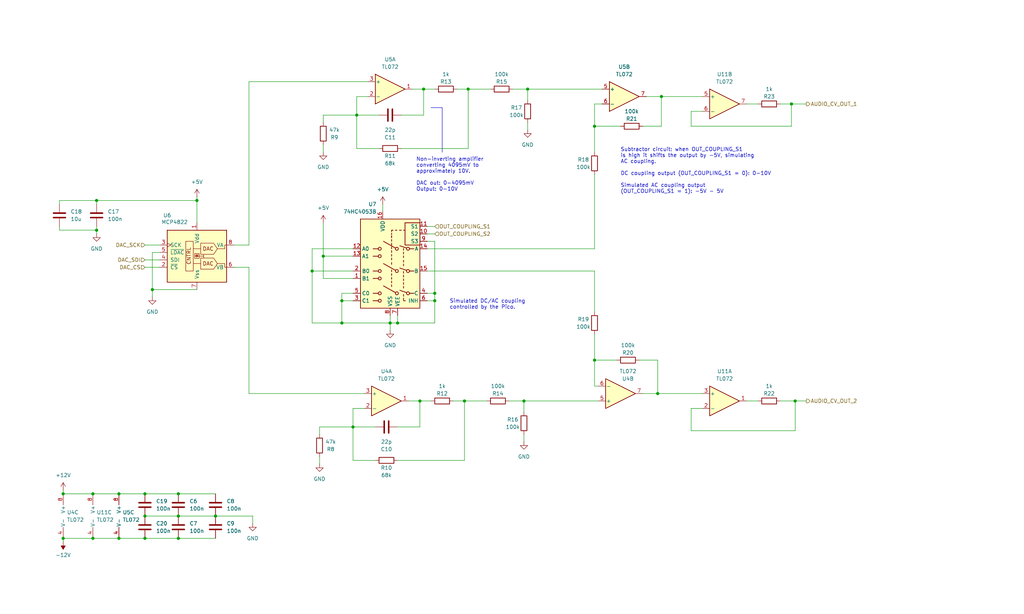
<source format=kicad_sch>
(kicad_sch (version 20250114) (generator "eeschema") (generator_version "9.0")
  (paper "User" 350 210)
  (lib_symbols
    (symbol "+5V_1" (power) (pin_numbers (hide yes)) (pin_names (offset 0) (hide yes))
      (property "Value" "+5V" (at 0 3.556 0))
      (symbol "+5V_1_0_1"
        (polyline (pts (xy -0.762 1.27) (xy 0 2.54)))
        (polyline (pts (xy 0 2.54) (xy 0.762 1.27)))
        (polyline (pts (xy 0 0) (xy 0 2.54)))
      )
      (symbol "+5V_1_1_1"
        (pin power_in line (at 0 0 90) (length 0) (name "~") (number "1"))
      )
    )
    (symbol "Amplifier_Operational:TL072" (pin_names (offset 0.127))
      (property "Reference" "U" (at 0 5.08 0))
      (property "Value" "TL072" (at 0 -5.08 0))
      (symbol "TL072_1_1"
        (polyline (pts (xy -5.08 5.08) (xy 5.08 0) (xy -5.08 -5.08) (xy -5.08 5.08)) (stroke (width 0.254)) (fill (type background)))
        (pin input line (at -7.62 2.54 0) (length 2.54) (name "+") (number "3"))
        (pin input line (at -7.62 -2.54 0) (length 2.54) (name "-") (number "2"))
        (pin output line (at 7.62 0 180) (length 2.54) (name "~") (number "1"))
      )
      (symbol "TL072_2_1"
        (polyline (pts (xy -5.08 5.08) (xy 5.08 0) (xy -5.08 -5.08) (xy -5.08 5.08)) (stroke (width 0.254)) (fill (type background)))
        (pin input line (at -7.62 2.54 0) (length 2.54) (name "+") (number "5"))
        (pin input line (at -7.62 -2.54 0) (length 2.54) (name "-") (number "6"))
        (pin output line (at 7.62 0 180) (length 2.54) (name "~") (number "7"))
      )
      (symbol "TL072_3_1"
        (pin power_in line (at -2.54 7.62 270) (length 3.81) (name "V+") (number "8"))
        (pin power_in line (at -2.54 -7.62 90) (length 3.81) (name "V-") (number "4"))
      )
    )
    (symbol "Analog_DAC:MCP4822" (pin_names (offset 1.016))
      (property "Reference" "U" (at -2.54 10.795 0))
      (property "Value" "MCP4822" (at -2.54 8.89 0))
      (symbol "MCP4822_0_0"
        (polyline (pts (xy 0 -0.889) (xy 0.508 -1.397) (xy -0.508 -1.397) (xy 0 -0.889)))
        (polyline (pts (xy 0 -1.778) (xy 0 -0.635)))
        (polyline (pts (xy 0.381 -0.889) (xy 0.508 -0.762)))
        (polyline (pts (xy 0.381 -0.889) (xy -0.381 -0.889) (xy -0.508 -1.016)))
        (rectangle (start 0.762 -0.381) (end -0.762 -2.032))
        (polyline (pts (xy 0.762 -1.27) (xy 2.286 -1.27) (xy 2.286 -0.762)))
        (polyline (pts (xy 2.286 -1.143) (xy 2.286 -1.905)))
        (polyline (pts (xy 6.985 1.27) (xy 9.525 1.27) (xy 9.525 2.54) (xy 10.16 2.54)))
        (polyline (pts (xy 6.985 -3.81) (xy 9.525 -3.81) (xy 9.525 -5.08) (xy 10.16 -5.08)))
        (text "CNTRL" (at -2.032 -4.191 900) (effects (font (size 1.27 1.27)) (justify left bottom)))
        (text "DAC" (at 3.81 1.27 0) (effects (font (size 1.27 1.27))))
        (text "DAC" (at 3.81 -3.81 0) (effects (font (size 1.27 1.27))))
      )
      (symbol "MCP4822_0_1"
        (rectangle (start -10.16 7.62) (end 10.16 -10.16) (stroke (width 0.254)) (fill (type background)))
        (rectangle (start -1.27 -6.35) (end -3.81 3.81))
        (polyline (pts (xy 1.27 1.27) (xy -1.27 1.27)))
        (polyline (pts (xy 1.27 -3.81) (xy -1.27 -3.81)))
        (polyline (pts (xy 6.985 1.27) (xy 5.715 3.175) (xy 1.27 3.175) (xy 1.27 -0.635) (xy 5.715 -0.635) (xy 6.985 1.27)))
        (polyline (pts (xy 6.985 -3.81) (xy 5.715 -1.905) (xy 1.27 -1.905) (xy 1.27 -5.715) (xy 5.715 -5.715) (xy 6.985 -3.81)))
      )
      (symbol "MCP4822_1_1"
        (pin input clock (at -12.7 2.54 0) (length 2.54) (name "SCK") (number "3"))
        (pin input line (at -12.7 0 0) (length 2.54) (name "~{LDAC}") (number "5"))
        (pin input line (at -12.7 -2.54 0) (length 2.54) (name "SDI") (number "4"))
        (pin input line (at -12.7 -5.08 0) (length 2.54) (name "~{CS}") (number "2"))
        (pin power_in line (at 0 10.16 270) (length 2.54) (name "Vdd") (number "1"))
        (pin power_in line (at 0 -12.7 90) (length 2.54) (name "Vss") (number "7"))
        (pin output line (at 12.7 2.54 180) (length 2.54) (name "VA") (number "8"))
        (pin output line (at 12.7 -5.08 180) (length 2.54) (name "VB") (number "6"))
      )
    )
    (symbol "Analog_Switch:CD4053B"
      (property "Reference" "U" (at -10.16 16.51 0))
      (property "Value" "CD4053B" (at 3.81 16.51 0))
      (symbol "CD4053B_0_1"
        (rectangle (start -10.16 15.24) (end 10.16 -15.24) (stroke (width 0.254)) (fill (type background)))
        (rectangle (start -10.16 6.35) (end -5.08 13.97) (stroke (width 0.254)))
        (polyline (pts (xy -8.128 5.08) (xy -6.604 5.08)) (stroke (width 0.254)))
        (polyline (pts (xy -8.128 -2.54) (xy -6.604 -2.54)) (stroke (width 0.254)))
        (polyline (pts (xy -8.128 -10.16) (xy -6.604 -10.16)) (stroke (width 0.254)))
        (circle (center -6.096 5.08) (radius 0.508) (stroke (width 0.254)))
        (circle (center -6.096 -2.54) (radius 0.508) (stroke (width 0.254)))
        (circle (center -6.096 -10.16) (radius 0.508) (stroke (width 0.254)))
        (polyline (pts (xy -5.588 5.334) (xy -3.302 6.096)) (stroke (width 0.254)))
        (polyline (pts (xy -5.588 -2.286) (xy -3.302 -1.524)) (stroke (width 0.254)))
        (polyline (pts (xy -5.588 -9.906) (xy -3.302 -9.144)) (stroke (width 0.254)))
        (polyline (pts (xy -4.572 11.43) (xy -5.08 11.43)) (stroke (width 0.254)))
        (polyline (pts (xy -4.572 4.572) (xy -4.572 5.207)) (stroke (width 0.254)))
        (polyline (pts (xy -4.572 3.302) (xy -4.572 3.937)) (stroke (width 0.254)))
        (polyline (pts (xy -4.572 2.032) (xy -4.572 2.667)) (stroke (width 0.254)))
        (polyline (pts (xy -4.572 0.508) (xy -4.572 1.143)) (stroke (width 0.254)))
        (polyline (pts (xy -4.572 -0.762) (xy -4.572 -0.127)) (stroke (width 0.254)))
        (polyline (pts (xy -4.572 -3.302) (xy -4.572 -2.667)) (stroke (width 0.254)))
        (polyline (pts (xy -4.572 -4.572) (xy -4.572 -3.937)) (stroke (width 0.254)))
        (polyline (pts (xy -4.572 -5.842) (xy -4.572 -5.207)) (stroke (width 0.254)))
        (polyline (pts (xy -4.572 -7.112) (xy -4.572 -6.477)) (stroke (width 0.254)))
        (polyline (pts (xy -4.572 -8.382) (xy -4.572 -7.747)) (stroke (width 0.254)))
        (polyline (pts (xy -4.572 -11.176) (xy -4.572 -10.541)) (stroke (width 0.254)))
        (polyline (pts (xy -4.572 -12.446) (xy -4.572 -11.811)) (stroke (width 0.254)))
        (polyline (pts (xy -4.572 -12.7) (xy -5.207 -12.7)) (stroke (width 0.254)))
        (polyline (pts (xy -3.81 11.43) (xy -3.175 11.43)) (stroke (width 0.254)))
        (circle (center -2.286 5.08) (radius 0.508) (stroke (width 0.254)))
        (circle (center -2.286 -2.54) (radius 0.508) (stroke (width 0.254)))
        (circle (center -2.286 -10.16) (radius 0.508) (stroke (width 0.254)))
        (polyline (pts (xy -1.778 11.43) (xy -2.286 11.43)) (stroke (width 0.254)))
        (polyline (pts (xy -1.778 5.334) (xy 2.286 7.62)) (stroke (width 0.254)))
        (polyline (pts (xy -1.778 -2.286) (xy 2.286 0)) (stroke (width 0.254)))
        (polyline (pts (xy -1.778 -9.906) (xy 2.286 -7.62)) (stroke (width 0.254)))
        (polyline (pts (xy -0.508 11.43) (xy -1.016 11.43)) (stroke (width 0.254)))
        (polyline (pts (xy -0.508 10.922) (xy -0.508 11.43)) (stroke (width 0.254)))
        (polyline (pts (xy -0.508 9.906) (xy -0.508 10.414)) (stroke (width 0.254)))
        (polyline (pts (xy -0.508 8.89) (xy -0.508 9.525)) (stroke (width 0.254)))
        (polyline (pts (xy -0.508 8.89) (xy -0.508 9.398)) (stroke (width 0.254)))
        (polyline (pts (xy -0.508 7.62) (xy -0.508 8.255)) (stroke (width 0.254)))
        (polyline (pts (xy -0.508 6.35) (xy -0.508 6.985)) (stroke (width 0.254)))
        (polyline (pts (xy -0.508 5.08) (xy -0.508 5.715)) (stroke (width 0.254)))
        (polyline (pts (xy -0.508 3.81) (xy -0.508 4.445)) (stroke (width 0.254)))
        (polyline (pts (xy -0.508 2.54) (xy -0.508 3.175)) (stroke (width 0.254)))
        (polyline (pts (xy -0.508 1.27) (xy -0.508 1.905)) (stroke (width 0.254)))
        (polyline (pts (xy -0.508 -0.254) (xy -0.508 0.381)) (stroke (width 0.254)))
        (polyline (pts (xy -0.508 -2.794) (xy -0.508 -2.159)) (stroke (width 0.254)))
        (polyline (pts (xy -0.508 -4.064) (xy -0.508 -3.429)) (stroke (width 0.254)))
        (polyline (pts (xy -0.508 -5.334) (xy -0.508 -4.699)) (stroke (width 0.254)))
        (polyline (pts (xy -0.508 -6.604) (xy -0.508 -5.969)) (stroke (width 0.254)))
        (polyline (pts (xy -0.508 -7.874) (xy -0.508 -7.239)) (stroke (width 0.254)))
        (circle (center 3.556 5.08) (radius 0.508) (stroke (width 0.254)))
        (circle (center 3.556 2.54) (radius 0.508) (stroke (width 0.254)))
        (circle (center 3.556 -2.54) (radius 0.508) (stroke (width 0.254)))
        (circle (center 3.556 -5.08) (radius 0.508) (stroke (width 0.254)))
        (circle (center 3.556 -10.16) (radius 0.508) (stroke (width 0.254)))
        (circle (center 3.556 -12.7) (radius 0.508) (stroke (width 0.254)))
        (polyline (pts (xy 4.064 5.08) (xy 5.842 5.08)) (stroke (width 0.254)))
        (polyline (pts (xy 4.064 2.54) (xy 5.842 2.54)) (stroke (width 0.254)))
        (polyline (pts (xy 4.064 -2.54) (xy 5.842 -2.54)) (stroke (width 0.254)))
        (polyline (pts (xy 4.064 -5.08) (xy 5.842 -5.08)) (stroke (width 0.254)))
        (polyline (pts (xy 4.064 -10.16) (xy 5.842 -10.16)) (stroke (width 0.254)))
        (polyline (pts (xy 4.064 -12.7) (xy 5.842 -12.7)) (stroke (width 0.254)))
      )
      (symbol "CD4053B_1_1"
        (pin input line (at -12.7 12.7 0) (length 2.54) (name "S1") (number "11"))
        (pin input line (at -12.7 10.16 0) (length 2.54) (name "S2") (number "10"))
        (pin input line (at -12.7 7.62 0) (length 2.54) (name "S3") (number "9"))
        (pin bidirectional line (at -12.7 5.08 0) (length 2.54) (name "A") (number "14"))
        (pin bidirectional line (at -12.7 -2.54 0) (length 2.54) (name "B") (number "15"))
        (pin bidirectional line (at -12.7 -10.16 0) (length 2.54) (name "C") (number "4"))
        (pin input line (at -12.7 -12.7 0) (length 2.54) (name "INH") (number "6"))
        (pin power_in line (at -2.54 -17.78 90) (length 2.54) (name "VEE") (number "7"))
        (pin power_in line (at 0 -17.78 90) (length 2.54) (name "VSS") (number "8"))
        (pin power_in line (at 2.54 17.78 270) (length 2.54) (name "VDD") (number "16"))
        (pin bidirectional line (at 12.7 5.08 180) (length 2.54) (name "A0") (number "12"))
        (pin bidirectional line (at 12.7 2.54 180) (length 2.54) (name "A1") (number "13"))
        (pin bidirectional line (at 12.7 -2.54 180) (length 2.54) (name "B0") (number "2"))
        (pin bidirectional line (at 12.7 -5.08 180) (length 2.54) (name "B1") (number "1"))
        (pin bidirectional line (at 12.7 -10.16 180) (length 2.54) (name "C0") (number "5"))
        (pin bidirectional line (at 12.7 -12.7 180) (length 2.54) (name "C1") (number "3"))
      )
    )
    (symbol "Device:C" (pin_numbers (hide yes)) (pin_names (offset 0.254))
      (property "Reference" "C" (at 0.635 2.54 0))
      (property "Value" "C" (at 0.635 -2.54 0))
      (symbol "C_0_1"
        (polyline (pts (xy -2.032 0.762) (xy 2.032 0.762)) (stroke (width 0.508)))
        (polyline (pts (xy -2.032 -0.762) (xy 2.032 -0.762)) (stroke (width 0.508)))
      )
      (symbol "C_1_1"
        (pin passive line (at 0 3.81 270) (length 2.794) (name "~") (number "1"))
        (pin passive line (at 0 -3.81 90) (length 2.794) (name "~") (number "2"))
      )
    )
    (symbol "Device:R" (pin_numbers (hide yes)) (pin_names (offset 0))
      (property "Reference" "R" (at 2.032 0 90))
      (property "Value" "R" (at 0 0 90))
      (symbol "R_0_1"
        (rectangle (start -1.016 -2.54) (end 1.016 2.54) (stroke (width 0.254)))
      )
      (symbol "R_1_1"
        (pin passive line (at 0 3.81 270) (length 1.27) (name "~") (number "1"))
        (pin passive line (at 0 -3.81 90) (length 1.27) (name "~") (number "2"))
      )
    )
    (symbol "power:+12V" (power) (pin_numbers (hide yes)) (pin_names (offset 0) (hide yes))
      (property "Value" "+12V" (at 0 3.556 0))
      (symbol "+12V_0_1"
        (polyline (pts (xy -0.762 1.27) (xy 0 2.54)))
        (polyline (pts (xy 0 2.54) (xy 0.762 1.27)))
        (polyline (pts (xy 0 0) (xy 0 2.54)))
      )
      (symbol "+12V_1_1"
        (pin power_in line (at 0 0 90) (length 0) (name "~") (number "1"))
      )
    )
    (symbol "power:-12V" (power) (pin_numbers (hide yes)) (pin_names (offset 0) (hide yes))
      (property "Value" "-12V" (at 0 3.556 0))
      (symbol "-12V_0_0"
        (pin power_in line (at 0 0 90) (length 0) (name "~") (number "1"))
      )
      (symbol "-12V_0_1"
        (polyline (pts (xy 0 0) (xy 0 1.27) (xy 0.762 1.27) (xy 0 2.54) (xy -0.762 1.27) (xy 0 1.27)) (fill (type outline)))
      )
    )
    (symbol "power:GND" (power) (pin_numbers (hide yes)) (pin_names (offset 0) (hide yes))
      (property "Value" "GND" (at 0 -3.81 0))
      (symbol "GND_0_1"
        (polyline (pts (xy 0 0) (xy 0 -1.27) (xy 1.27 -1.27) (xy 0 -2.54) (xy -1.27 -1.27) (xy 0 -1.27)))
      )
      (symbol "GND_1_1"
        (pin power_in line (at 0 0 270) (length 0) (name "~") (number "1"))
      )
    )
  )
  (text "Simulated DC/AC coupling \ncontrolled by the Pico." (at 153.67 104.14 0) (effects (font (size 1.27 1.27)) (justify left)))
  (text "Subtractor circuit: when OUT_COUPLING_S1\nis high it shifts the output by -5V, simulating\nAC coupling.\n\nDC coupling output (OUT_COUPLING_S1 = 0): 0-10V\n\nSimulated AC coupling output \n(OUT_COUPLING_S1 = 1): -5V - 5V" (at 212.09 58.42 0) (effects (font (size 1.27 1.27)) (justify left)))
  (text "Non-inverting amplifier \nconverting 4095mV to \napproximately 10V. \n\nDAC out: 0-4095mV\nOutput: 0-10V" (at 142.24 59.69 0) (effects (font (size 1.27 1.27)) (justify left)))
  (junction (at 133.35 110.49))
  (junction (at 21.59 184.15))
  (junction (at 52.07 99.06))
  (junction (at 203.2 43.18))
  (junction (at 106.68 92.71))
  (junction (at 158.75 137.16))
  (junction (at 271.78 137.16))
  (junction (at 21.59 168.91))
  (junction (at 135.89 110.49))
  (junction (at 148.59 102.87))
  (junction (at 148.59 100.33))
  (junction (at 49.53 176.53))
  (junction (at 226.06 33.02))
  (junction (at 60.96 184.15))
  (junction (at 40.64 184.15))
  (junction (at 121.92 39.37))
  (junction (at 40.64 168.91))
  (junction (at 144.78 30.48))
  (junction (at 143.51 137.16))
  (junction (at 31.75 168.91))
  (junction (at 73.66 176.53))
  (junction (at 60.96 176.53))
  (junction (at 31.75 184.15))
  (junction (at 60.96 168.91))
  (junction (at 120.65 146.05))
  (junction (at 49.53 184.15))
  (junction (at 116.84 102.87))
  (junction (at 270.51 35.56))
  (junction (at 49.53 168.91))
  (junction (at 33.02 68.58))
  (junction (at 224.79 134.62))
  (junction (at 116.84 110.49))
  (junction (at 179.07 137.16))
  (junction (at 67.31 68.58))
  (junction (at 33.02 78.74))
  (junction (at 160.02 30.48))
  (junction (at 203.2 123.19))
  (junction (at 110.49 87.63))
  (junction (at 180.34 30.48))
  (wire (pts (xy 203.2 114.3) (xy 203.2 123.19)))
  (wire (pts (xy 148.59 77.47) (xy 146.05 77.47)))
  (wire (pts (xy 270.51 35.56) (xy 270.51 43.18)))
  (wire (pts (xy 60.96 176.53) (xy 73.66 176.53)))
  (wire (pts (xy 52.07 86.36) (xy 52.07 99.06)))
  (wire (pts (xy 116.84 102.87) (xy 116.84 100.33)))
  (wire (pts (xy 236.22 43.18) (xy 236.22 38.1)))
  (wire (pts (xy 125.73 33.02) (xy 121.92 33.02)))
  (wire (pts (xy 148.59 80.01) (xy 146.05 80.01)))
  (wire (pts (xy 146.05 85.09) (xy 203.2 85.09)))
  (wire (pts (xy 49.53 176.53) (xy 60.96 176.53)))
  (wire (pts (xy 205.74 35.56) (xy 203.2 35.56)))
  (wire (pts (xy 236.22 139.7) (xy 236.22 147.32)))
  (wire (pts (xy 210.82 123.19) (xy 203.2 123.19)))
  (wire (pts (xy 49.53 88.9) (xy 54.61 88.9)))
  (wire (pts (xy 60.96 184.15) (xy 73.66 184.15)))
  (wire (pts (xy 135.89 157.48) (xy 158.75 157.48)))
  (wire (pts (xy 203.2 132.08) (xy 204.47 132.08)))
  (wire (pts (xy 116.84 100.33) (xy 120.65 100.33)))
  (wire (pts (xy 49.53 184.15) (xy 60.96 184.15)))
  (wire (pts (xy 180.34 30.48) (xy 205.74 30.48)))
  (wire (pts (xy 203.2 43.18) (xy 212.09 43.18)))
  (wire (pts (xy 120.65 85.09) (xy 106.68 85.09)))
  (wire (pts (xy 67.31 68.58) (xy 67.31 76.2)))
  (wire (pts (xy 203.2 123.19) (xy 203.2 132.08)))
  (wire (pts (xy 137.16 39.37) (xy 144.78 39.37)))
  (wire (pts (xy 226.06 43.18) (xy 219.71 43.18)))
  (wire (pts (xy 121.92 39.37) (xy 129.54 39.37)))
  (wire (pts (xy 203.2 92.71) (xy 203.2 106.68)))
  (wire (pts (xy 133.35 107.95) (xy 133.35 110.49)))
  (wire (pts (xy 120.65 92.71) (xy 106.68 92.71)))
  (wire (pts (xy 219.71 134.62) (xy 224.79 134.62)))
  (wire (pts (xy 148.59 100.33) (xy 148.59 102.87)))
  (wire (pts (xy 110.49 49.53) (xy 110.49 52.07)))
  (wire (pts (xy 110.49 41.91) (xy 110.49 39.37)))
  (wire (pts (xy 106.68 85.09) (xy 106.68 92.71)))
  (polyline (pts (xy 147.32 36.83) (xy 151.13 36.83)))
  (wire (pts (xy 110.49 39.37) (xy 121.92 39.37)))
  (wire (pts (xy 179.07 151.13) (xy 179.07 148.59)))
  (wire (pts (xy 33.02 69.85) (xy 33.02 68.58)))
  (wire (pts (xy 130.81 69.85) (xy 130.81 72.39)))
  (wire (pts (xy 224.79 134.62) (xy 240.03 134.62)))
  (wire (pts (xy 175.26 30.48) (xy 180.34 30.48)))
  (wire (pts (xy 226.06 33.02) (xy 226.06 43.18)))
  (wire (pts (xy 20.32 78.74) (xy 33.02 78.74)))
  (wire (pts (xy 140.97 30.48) (xy 144.78 30.48)))
  (wire (pts (xy 49.53 83.82) (xy 54.61 83.82)))
  (wire (pts (xy 156.21 30.48) (xy 160.02 30.48)))
  (wire (pts (xy 121.92 50.8) (xy 121.92 39.37)))
  (wire (pts (xy 271.78 137.16) (xy 266.7 137.16)))
  (wire (pts (xy 110.49 95.25) (xy 120.65 95.25)))
  (wire (pts (xy 52.07 101.6) (xy 52.07 99.06)))
  (wire (pts (xy 240.03 139.7) (xy 236.22 139.7)))
  (wire (pts (xy 179.07 137.16) (xy 204.47 137.16)))
  (wire (pts (xy 80.01 91.44) (xy 85.09 91.44)))
  (wire (pts (xy 180.34 44.45) (xy 180.34 41.91)))
  (wire (pts (xy 110.49 87.63) (xy 120.65 87.63)))
  (wire (pts (xy 54.61 86.36) (xy 52.07 86.36)))
  (wire (pts (xy 275.59 137.16) (xy 271.78 137.16)))
  (wire (pts (xy 203.2 35.56) (xy 203.2 43.18)))
  (wire (pts (xy 135.89 107.95) (xy 135.89 110.49)))
  (wire (pts (xy 160.02 30.48) (xy 167.64 30.48)))
  (wire (pts (xy 128.27 157.48) (xy 120.65 157.48)))
  (wire (pts (xy 124.46 139.7) (xy 120.65 139.7)))
  (wire (pts (xy 86.36 179.07) (xy 86.36 176.53)))
  (wire (pts (xy 133.35 110.49) (xy 133.35 113.03)))
  (wire (pts (xy 203.2 43.18) (xy 203.2 52.07)))
  (wire (pts (xy 21.59 185.42) (xy 21.59 184.15)))
  (wire (pts (xy 21.59 168.91) (xy 31.75 168.91)))
  (wire (pts (xy 148.59 110.49) (xy 148.59 102.87)))
  (wire (pts (xy 144.78 30.48) (xy 148.59 30.48)))
  (wire (pts (xy 203.2 85.09) (xy 203.2 59.69)))
  (wire (pts (xy 60.96 168.91) (xy 73.66 168.91)))
  (wire (pts (xy 85.09 27.94) (xy 85.09 83.82)))
  (wire (pts (xy 146.05 100.33) (xy 148.59 100.33)))
  (wire (pts (xy 143.51 146.05) (xy 143.51 137.16)))
  (wire (pts (xy 20.32 77.47) (xy 20.32 78.74)))
  (wire (pts (xy 86.36 176.53) (xy 73.66 176.53)))
  (wire (pts (xy 146.05 82.55) (xy 148.59 82.55)))
  (wire (pts (xy 173.99 137.16) (xy 179.07 137.16)))
  (polyline (pts (xy 151.13 52.07) (xy 151.13 36.83)))
  (wire (pts (xy 110.49 87.63) (xy 110.49 95.25)))
  (wire (pts (xy 85.09 134.62) (xy 124.46 134.62)))
  (wire (pts (xy 33.02 78.74) (xy 33.02 77.47)))
  (wire (pts (xy 33.02 68.58) (xy 67.31 68.58)))
  (wire (pts (xy 21.59 167.64) (xy 21.59 168.91)))
  (wire (pts (xy 116.84 110.49) (xy 116.84 102.87)))
  (wire (pts (xy 275.59 35.56) (xy 270.51 35.56)))
  (wire (pts (xy 146.05 92.71) (xy 203.2 92.71)))
  (wire (pts (xy 40.64 168.91) (xy 49.53 168.91)))
  (wire (pts (xy 110.49 76.2) (xy 110.49 87.63)))
  (wire (pts (xy 40.64 184.15) (xy 49.53 184.15)))
  (wire (pts (xy 179.07 137.16) (xy 179.07 140.97)))
  (wire (pts (xy 255.27 35.56) (xy 259.08 35.56)))
  (wire (pts (xy 106.68 110.49) (xy 116.84 110.49)))
  (wire (pts (xy 158.75 137.16) (xy 166.37 137.16)))
  (wire (pts (xy 33.02 80.01) (xy 33.02 78.74)))
  (wire (pts (xy 180.34 30.48) (xy 180.34 34.29)))
  (wire (pts (xy 224.79 123.19) (xy 224.79 134.62)))
  (wire (pts (xy 158.75 157.48) (xy 158.75 137.16)))
  (wire (pts (xy 109.22 146.05) (xy 120.65 146.05)))
  (wire (pts (xy 129.54 50.8) (xy 121.92 50.8)))
  (wire (pts (xy 120.65 139.7) (xy 120.65 146.05)))
  (wire (pts (xy 85.09 83.82) (xy 80.01 83.82)))
  (wire (pts (xy 120.65 146.05) (xy 128.27 146.05)))
  (wire (pts (xy 106.68 92.71) (xy 106.68 110.49)))
  (wire (pts (xy 31.75 184.15) (xy 40.64 184.15)))
  (wire (pts (xy 135.89 146.05) (xy 143.51 146.05)))
  (wire (pts (xy 120.65 157.48) (xy 120.65 146.05)))
  (wire (pts (xy 133.35 110.49) (xy 116.84 110.49)))
  (wire (pts (xy 133.35 110.49) (xy 135.89 110.49)))
  (wire (pts (xy 154.94 137.16) (xy 158.75 137.16)))
  (wire (pts (xy 220.98 33.02) (xy 226.06 33.02)))
  (wire (pts (xy 135.89 110.49) (xy 148.59 110.49)))
  (wire (pts (xy 85.09 91.44) (xy 85.09 134.62)))
  (wire (pts (xy 226.06 33.02) (xy 240.03 33.02)))
  (wire (pts (xy 160.02 50.8) (xy 160.02 30.48)))
  (wire (pts (xy 255.27 137.16) (xy 259.08 137.16)))
  (wire (pts (xy 236.22 147.32) (xy 271.78 147.32)))
  (wire (pts (xy 49.53 168.91) (xy 60.96 168.91)))
  (wire (pts (xy 236.22 38.1) (xy 240.03 38.1)))
  (wire (pts (xy 109.22 148.59) (xy 109.22 146.05)))
  (wire (pts (xy 20.32 69.85) (xy 20.32 68.58)))
  (wire (pts (xy 139.7 137.16) (xy 143.51 137.16)))
  (wire (pts (xy 120.65 102.87) (xy 116.84 102.87)))
  (wire (pts (xy 31.75 168.91) (xy 40.64 168.91)))
  (wire (pts (xy 52.07 99.06) (xy 67.31 99.06)))
  (wire (pts (xy 49.53 91.44) (xy 54.61 91.44)))
  (wire (pts (xy 218.44 123.19) (xy 224.79 123.19)))
  (wire (pts (xy 270.51 43.18) (xy 236.22 43.18)))
  (wire (pts (xy 121.92 33.02) (xy 121.92 39.37)))
  (wire (pts (xy 109.22 156.21) (xy 109.22 158.75)))
  (wire (pts (xy 21.59 184.15) (xy 31.75 184.15)))
  (wire (pts (xy 148.59 102.87) (xy 146.05 102.87)))
  (wire (pts (xy 125.73 27.94) (xy 85.09 27.94)))
  (wire (pts (xy 271.78 147.32) (xy 271.78 137.16)))
  (wire (pts (xy 67.31 67.31) (xy 67.31 68.58)))
  (wire (pts (xy 143.51 137.16) (xy 147.32 137.16)))
  (wire (pts (xy 20.32 68.58) (xy 33.02 68.58)))
  (wire (pts (xy 144.78 39.37) (xy 144.78 30.48)))
  (wire (pts (xy 270.51 35.56) (xy 266.7 35.56)))
  (wire (pts (xy 137.16 50.8) (xy 160.02 50.8)))
  (wire (pts (xy 148.59 82.55) (xy 148.59 100.33)))
  (hierarchical_label "DAC_SCK" (shape input) (at 49.53 83.82 180))
  (hierarchical_label "OUT_COUPLING_S2" (shape input) (at 148.59 80.01 0))
  (hierarchical_label "OUT_COUPLING_S1" (shape input) (at 148.59 77.47 0))
  (hierarchical_label "AUDIO_CV_OUT_1" (shape output) (at 275.59 35.56 0))
  (hierarchical_label "DAC_SDI" (shape input) (at 49.53 88.9 180))
  (hierarchical_label "AUDIO_CV_OUT_2" (shape output) (at 275.59 137.16 0))
  (hierarchical_label "DAC_CS" (shape input) (at 49.53 91.44 180))
  (symbol (lib_id "Device:R") (at 203.2 55.88 0) (mirror x) (unit 1)
    (property "Reference" "R18" (at 199.39 54.61 0))
    (property "Value" "100k" (at 199.39 57.15 0))
    (property "Footprint" "Resistor_SMD:R_0603_1608Metric" (effects (hide yes)))
    (property "LCSC" "C25803" (effects (hide yes)))
    (property "Vendor" "JLCPCB" (effects (hide yes)))
    (property "CHECKED" "YES" (effects (hide yes)))
  )
  (symbol (lib_id "power:GND") (at 179.07 151.13 0) (unit 1)
    (property "Reference" "#PWR043" (effects (hide yes)))
    (property "Value" "GND" (at 179.07 156.21 0))
    (property "Description" "Power symbol creates a global label with name \"GND\" , ground" (effects (hide yes)))
  )
  (symbol (lib_id "Device:C") (at 20.32 73.66 0) (unit 1)
    (property "Reference" "C18" (at 24.13 72.3899 0) (effects (justify left)))
    (property "Value" "10u" (at 24.13 74.9299 0) (effects (justify left)))
    (property "Footprint" "Capacitor_SMD:C_0603_1608Metric" (effects (hide yes)))
    (property "LCSC" "C19702" (effects (hide yes)))
    (property "Vendor" "JLCPCB" (effects (hide yes)))
    (property "CHECKED" "YES" (effects (hide yes)))
  )
  (symbol (lib_id "Amplifier_Operational:TL072") (at 213.36 33.02 0) (unit 2)
    (property "Reference" "U5" (at 213.36 22.86 0))
    (property "Value" "TL072" (at 213.36 25.4 0))
    (property "Footprint" "Package_SO:SOIC-8_3.9x4.9mm_P1.27mm" (effects (hide yes)))
    (property "Datasheet" "http://www.ti.com/lit/ds/symlink/tl071.pdf" (effects (hide yes)))
    (property "Description" "Dual Low-Noise JFET-Input Operational Amplifiers, DIP-8/SOIC-8" (effects (hide yes)))
    (property "LCSC" "C6961" (effects (hide yes)))
    (property "Vendor" "JLCPCB" (effects (hide yes)))
    (property "CHECKED" "YES" (effects (hide yes)))
  )
  (symbol (lib_id "Device:C") (at 60.96 172.72 0) (unit 1)
    (property "Reference" "C6" (at 64.77 171.45 0) (effects (justify left)))
    (property "Value" "100n" (at 64.77 173.99 0) (effects (justify left)))
    (property "Footprint" "Capacitor_SMD:C_0603_1608Metric" (effects (hide yes)))
    (property "LCSC" "C14663" (effects (hide yes)))
    (property "Vendor" "JLCPCB" (effects (hide yes)))
    (property "CHECKED" "YES" (effects (hide yes)))
  )
  (symbol (lib_id "Device:R") (at 179.07 144.78 0) (mirror x) (unit 1)
    (property "Reference" "R16" (at 175.26 143.51 0))
    (property "Value" "100k" (at 175.26 146.05 0))
    (property "Footprint" "Resistor_SMD:R_0603_1608Metric" (effects (hide yes)))
    (property "LCSC" "C25803" (effects (hide yes)))
    (property "Vendor" "JLCPCB" (effects (hide yes)))
    (property "CHECKED" "YES" (effects (hide yes)))
  )
  (symbol (lib_id "power:GND") (at 133.35 113.03 0) (unit 1)
    (property "Reference" "#PWR049" (effects (hide yes)))
    (property "Value" "GND" (at 133.35 118.11 0))
    (property "Description" "Power symbol creates a global label with name \"GND\" , ground" (effects (hide yes)))
  )
  (symbol (lib_id "Amplifier_Operational:TL072") (at 212.09 134.62 0) (mirror x) (unit 2)
    (property "Reference" "U4" (at 214.63 129.54 0))
    (property "Value" "TL072" (at 214.63 127 0))
    (property "Footprint" "Package_SO:SOIC-8_3.9x4.9mm_P1.27mm" (effects (hide yes)))
    (property "Datasheet" "http://www.ti.com/lit/ds/symlink/tl071.pdf" (effects (hide yes)))
    (property "Description" "Dual Low-Noise JFET-Input Operational Amplifiers, DIP-8/SOIC-8" (effects (hide yes)))
    (property "LCSC" "C6961" (effects (hide yes)))
    (property "Vendor" "JLCPCB" (effects (hide yes)))
    (property "CHECKED" "YES" (effects (hide yes)))
  )
  (symbol (lib_id "Amplifier_Operational:TL072") (at 43.18 176.53 0) (unit 3)
    (property "Reference" "U5" (at 41.91 175.2599 0) (effects (justify left)))
    (property "Value" "TL072" (at 41.91 177.7999 0) (effects (justify left)))
    (property "Footprint" "Package_SO:SOIC-8_3.9x4.9mm_P1.27mm" (effects (hide yes)))
    (property "Datasheet" "http://www.ti.com/lit/ds/symlink/tl071.pdf" (effects (hide yes)))
    (property "Description" "Dual Low-Noise JFET-Input Operational Amplifiers, DIP-8/SOIC-8" (effects (hide yes)))
    (property "LCSC" "C6961" (effects (hide yes)))
    (property "Vendor" "JLCPCB" (effects (hide yes)))
    (property "CHECKED" "YES" (effects (hide yes)))
  )
  (symbol (lib_id "Device:R") (at 171.45 30.48 90) (mirror x) (unit 1)
    (property "Reference" "R15" (at 171.45 27.94 90))
    (property "Value" "100k" (at 171.45 25.4 90))
    (property "Footprint" "Resistor_SMD:R_0603_1608Metric" (effects (hide yes)))
    (property "LCSC" "C25803" (effects (hide yes)))
    (property "Vendor" "JLCPCB" (effects (hide yes)))
    (property "CHECKED" "YES" (effects (hide yes)))
  )
  (symbol (lib_id "Analog_DAC:MCP4822") (at 67.31 86.36 0) (unit 1)
    (property "Reference" "U6" (at 57.15 73.66 0))
    (property "Value" "MCP4822" (at 59.69 75.9714 0))
    (property "Footprint" "Package_SO:SOIC-8_3.9x4.9mm_P1.27mm" (effects (hide yes)))
    (property "Datasheet" "http://ww1.microchip.com/downloads/en/DeviceDoc/20002249B.pdf" (effects (hide yes)))
    (property "Vendor" "JLCPCB" (effects (hide yes)))
    (property "LCSC" "C623653" (effects (hide yes)))
    (property "CHECKED" "YES" (effects (hide yes)))
  )
  (symbol (lib_id "Device:R") (at 110.49 45.72 180) (unit 1)
    (property "Reference" "R9" (at 114.3 46.99 0))
    (property "Value" "47k" (at 114.3 44.45 0))
    (property "Footprint" "Resistor_SMD:R_0603_1608Metric" (effects (hide yes)))
    (property "LCSC" "C25819" (effects (hide yes)))
    (property "Vendor" "JLCPCB" (effects (hide yes)))
    (property "CHECKED" "YES" (effects (hide yes)))
  )
  (symbol (lib_id "power:GND") (at 180.34 44.45 0) (unit 1)
    (property "Reference" "#PWR02" (effects (hide yes)))
    (property "Value" "GND" (at 180.34 49.53 0))
    (property "Description" "Power symbol creates a global label with name \"GND\" , ground" (effects (hide yes)))
  )
  (symbol (lib_id "Device:C") (at 49.53 172.72 0) (unit 1)
    (property "Reference" "C19" (at 53.34 171.45 0) (effects (justify left)))
    (property "Value" "100n" (at 53.34 173.99 0) (effects (justify left)))
    (property "Footprint" "Capacitor_SMD:C_0603_1608Metric" (effects (hide yes)))
    (property "LCSC" "C14663" (effects (hide yes)))
    (property "Vendor" "JLCPCB" (effects (hide yes)))
    (property "CHECKED" "YES" (effects (hide yes)))
  )
  (symbol (lib_id "Amplifier_Operational:TL072") (at 133.35 30.48 0) (unit 1)
    (property "Reference" "U5" (at 133.35 20.32 0))
    (property "Value" "TL072" (at 133.35 22.86 0))
    (property "Footprint" "Package_SO:SOIC-8_3.9x4.9mm_P1.27mm" (effects (hide yes)))
    (property "Datasheet" "http://www.ti.com/lit/ds/symlink/tl071.pdf" (effects (hide yes)))
    (property "Description" "Dual Low-Noise JFET-Input Operational Amplifiers, DIP-8/SOIC-8" (effects (hide yes)))
    (property "LCSC" "C6961" (effects (hide yes)))
    (property "Vendor" "JLCPCB" (effects (hide yes)))
    (property "CHECKED" "YES" (effects (hide yes)))
  )
  (symbol (lib_id "Amplifier_Operational:TL072") (at 247.65 137.16 0) (unit 1)
    (property "Reference" "U11" (at 247.65 127 0))
    (property "Value" "TL072" (at 247.65 129.54 0))
    (property "Footprint" "Package_SO:SOIC-8_3.9x4.9mm_P1.27mm" (effects (hide yes)))
    (property "Datasheet" "http://www.ti.com/lit/ds/symlink/tl071.pdf" (effects (hide yes)))
    (property "Description" "Dual Low-Noise JFET-Input Operational Amplifiers, DIP-8/SOIC-8" (effects (hide yes)))
    (property "Vendor" "JLCPCB" (effects (hide yes)))
    (property "LCSC" "C6961" (effects (hide yes)))
  )
  (symbol (lib_id "power:-12V") (at 21.59 185.42 180) (unit 1)
    (property "Reference" "#PWR040" (effects (hide yes)))
    (property "Value" "-12V" (at 21.59 189.865 0))
    (property "Description" "Power symbol creates a global label with name \"-12V\"" (effects (hide yes)))
  )
  (symbol (lib_id "Device:R") (at 151.13 137.16 90) (mirror x) (unit 1)
    (property "Reference" "R12" (at 151.13 134.62 90))
    (property "Value" "1k" (at 151.13 132.08 90))
    (property "Footprint" "Resistor_SMD:R_0603_1608Metric" (effects (hide yes)))
    (property "LCSC" "C21190" (effects (hide yes)))
    (property "Vendor" "JLCPCB" (effects (hide yes)))
    (property "CHECKED" "YES" (effects (hide yes)))
  )
  (symbol (lib_name "+5V_1") (lib_id "power:+5V") (at 67.31 67.31 0) (unit 1)
    (property "Reference" "#PWR042" (effects (hide yes)))
    (property "Value" "+5V" (at 67.31 62.23 0))
    (property "Description" "Power symbol creates a global label with name \"+5V\"" (effects (hide yes)))
  )
  (symbol (lib_id "Device:R") (at 262.89 137.16 90) (mirror x) (unit 1)
    (property "Reference" "R22" (at 262.89 134.62 90))
    (property "Value" "1k" (at 262.89 132.08 90))
    (property "Footprint" "Resistor_SMD:R_0603_1608Metric" (effects (hide yes)))
    (property "LCSC" "C21190" (effects (hide yes)))
    (property "Vendor" "JLCPCB" (effects (hide yes)))
    (property "CHECKED" "YES" (effects (hide yes)))
  )
  (symbol (lib_id "Device:R") (at 152.4 30.48 90) (mirror x) (unit 1)
    (property "Reference" "R13" (at 152.4 27.94 90))
    (property "Value" "1k" (at 152.4 25.4 90))
    (property "Footprint" "Resistor_SMD:R_0603_1608Metric" (effects (hide yes)))
    (property "LCSC" "C21190" (effects (hide yes)))
    (property "Vendor" "JLCPCB" (effects (hide yes)))
    (property "CHECKED" "YES" (effects (hide yes)))
  )
  (symbol (lib_id "Device:C") (at 133.35 39.37 90) (mirror x) (unit 1)
    (property "Reference" "C11" (at 133.35 46.99 90))
    (property "Value" "22p" (at 133.35 44.45 90))
    (property "Footprint" "Capacitor_SMD:C_0603_1608Metric" (effects (hide yes)))
    (property "LCSC" "C1653" (effects (hide yes)))
    (property "Vendor" "JLCPCB" (effects (hide yes)))
    (property "CHECKED" "YES" (effects (hide yes)))
  )
  (symbol (lib_id "Device:R") (at 132.08 157.48 90) (unit 1)
    (property "Reference" "R10" (at 132.08 160.02 90))
    (property "Value" "68k" (at 132.08 162.56 90))
    (property "Footprint" "Resistor_SMD:R_0603_1608Metric" (effects (hide yes)))
    (property "LCSC" "C23231" (effects (hide yes)))
    (property "Vendor" "JLCPCB" (effects (hide yes)))
    (property "CHECKED" "YES" (effects (hide yes)))
  )
  (symbol (lib_id "Amplifier_Operational:TL072") (at 247.65 35.56 0) (unit 2)
    (property "Reference" "U11" (at 247.65 25.4 0))
    (property "Value" "TL072" (at 247.65 27.94 0))
    (property "Footprint" "Package_SO:SOIC-8_3.9x4.9mm_P1.27mm" (effects (hide yes)))
    (property "Datasheet" "http://www.ti.com/lit/ds/symlink/tl071.pdf" (effects (hide yes)))
    (property "Description" "Dual Low-Noise JFET-Input Operational Amplifiers, DIP-8/SOIC-8" (effects (hide yes)))
    (property "Vendor" "JLCPCB" (effects (hide yes)))
    (property "LCSC" "C6961" (effects (hide yes)))
  )
  (symbol (lib_id "power:GND") (at 52.07 101.6 0) (unit 1)
    (property "Reference" "#PWR032" (effects (hide yes)))
    (property "Value" "GND" (at 52.07 106.68 0))
    (property "Description" "Power symbol creates a global label with name \"GND\" , ground" (effects (hide yes)))
  )
  (symbol (lib_id "Amplifier_Operational:TL072") (at 24.13 176.53 0) (unit 3)
    (property "Reference" "U4" (at 22.86 175.2599 0) (effects (justify left)))
    (property "Value" "TL072" (at 22.86 177.7999 0) (effects (justify left)))
    (property "Footprint" "Package_SO:SOIC-8_3.9x4.9mm_P1.27mm" (effects (hide yes)))
    (property "Datasheet" "http://www.ti.com/lit/ds/symlink/tl071.pdf" (effects (hide yes)))
    (property "Description" "Dual Low-Noise JFET-Input Operational Amplifiers, DIP-8/SOIC-8" (effects (hide yes)))
    (property "LCSC" "C6961" (effects (hide yes)))
    (property "Vendor" "JLCPCB" (effects (hide yes)))
    (property "CHECKED" "YES" (effects (hide yes)))
  )
  (symbol (lib_id "power:+12V") (at 21.59 167.64 0) (unit 1)
    (property "Reference" "#PWR039" (effects (hide yes)))
    (property "Value" "+12V" (at 21.59 162.56 0))
    (property "Description" "Power symbol creates a global label with name \"+12V\"" (effects (hide yes)))
  )
  (symbol (lib_id "Device:C") (at 33.02 73.66 0) (unit 1)
    (property "Reference" "C17" (at 36.83 72.39 0) (effects (justify left)))
    (property "Value" "100n" (at 36.83 74.93 0) (effects (justify left)))
    (property "Footprint" "Capacitor_SMD:C_0603_1608Metric" (effects (hide yes)))
    (property "LCSC" "C14663" (effects (hide yes)))
    (property "Vendor" "JLCPCB" (effects (hide yes)))
    (property "CHECKED" "YES" (effects (hide yes)))
  )
  (symbol (lib_id "Device:R") (at 133.35 50.8 90) (unit 1)
    (property "Reference" "R11" (at 133.35 53.34 90))
    (property "Value" "68k" (at 133.35 55.88 90))
    (property "Footprint" "Resistor_SMD:R_0603_1608Metric" (effects (hide yes)))
    (property "LCSC" "C23231" (effects (hide yes)))
    (property "Vendor" "JLCPCB" (effects (hide yes)))
    (property "CHECKED" "YES" (effects (hide yes)))
  )
  (symbol (lib_id "Device:R") (at 214.63 123.19 90) (mirror x) (unit 1)
    (property "Reference" "R20" (at 214.63 120.65 90))
    (property "Value" "100k" (at 214.63 118.11 90))
    (property "Footprint" "Resistor_SMD:R_0603_1608Metric" (effects (hide yes)))
    (property "LCSC" "C25803" (effects (hide yes)))
    (property "Vendor" "JLCPCB" (effects (hide yes)))
    (property "CHECKED" "YES" (effects (hide yes)))
  )
  (symbol (lib_id "Amplifier_Operational:TL072") (at 34.29 176.53 0) (unit 3)
    (property "Reference" "U11" (at 33.02 175.2599 0) (effects (justify left)))
    (property "Value" "TL072" (at 33.02 177.7999 0) (effects (justify left)))
    (property "Footprint" "Package_SO:SOIC-8_3.9x4.9mm_P1.27mm" (effects (hide yes)))
    (property "Datasheet" "http://www.ti.com/lit/ds/symlink/tl071.pdf" (effects (hide yes)))
    (property "Description" "Dual Low-Noise JFET-Input Operational Amplifiers, DIP-8/SOIC-8" (effects (hide yes)))
    (property "Vendor" "JLCPCB" (effects (hide yes)))
    (property "LCSC" "C6961" (effects (hide yes)))
  )
  (symbol (lib_id "Device:C") (at 49.53 180.34 0) (unit 1)
    (property "Reference" "C20" (at 53.34 179.07 0) (effects (justify left)))
    (property "Value" "100n" (at 53.34 181.61 0) (effects (justify left)))
    (property "Footprint" "Capacitor_SMD:C_0603_1608Metric" (effects (hide yes)))
    (property "LCSC" "C14663" (effects (hide yes)))
    (property "Vendor" "JLCPCB" (effects (hide yes)))
    (property "CHECKED" "YES" (effects (hide yes)))
  )
  (symbol (lib_id "Device:R") (at 203.2 110.49 0) (mirror x) (unit 1)
    (property "Reference" "R19" (at 199.39 109.22 0))
    (property "Value" "100k" (at 199.39 111.76 0))
    (property "Footprint" "Resistor_SMD:R_0603_1608Metric" (effects (hide yes)))
    (property "LCSC" "C25803" (effects (hide yes)))
    (property "Vendor" "JLCPCB" (effects (hide yes)))
    (property "CHECKED" "YES" (effects (hide yes)))
  )
  (symbol (lib_id "Device:R") (at 262.89 35.56 90) (mirror x) (unit 1)
    (property "Reference" "R23" (at 262.89 33.02 90))
    (property "Value" "1k" (at 262.89 30.48 90))
    (property "Footprint" "Resistor_SMD:R_0603_1608Metric" (effects (hide yes)))
    (property "LCSC" "C21190" (effects (hide yes)))
    (property "Vendor" "JLCPCB" (effects (hide yes)))
    (property "CHECKED" "YES" (effects (hide yes)))
  )
  (symbol (lib_id "Amplifier_Operational:TL072") (at 132.08 137.16 0) (unit 1)
    (property "Reference" "U4" (at 132.08 127 0))
    (property "Value" "TL072" (at 132.08 129.54 0))
    (property "Footprint" "Package_SO:SOIC-8_3.9x4.9mm_P1.27mm" (effects (hide yes)))
    (property "Datasheet" "http://www.ti.com/lit/ds/symlink/tl071.pdf" (effects (hide yes)))
    (property "Description" "Dual Low-Noise JFET-Input Operational Amplifiers, DIP-8/SOIC-8" (effects (hide yes)))
    (property "LCSC" "C6961" (effects (hide yes)))
    (property "Vendor" "JLCPCB" (effects (hide yes)))
    (property "CHECKED" "YES" (effects (hide yes)))
  )
  (symbol (lib_id "Device:R") (at 170.18 137.16 90) (mirror x) (unit 1)
    (property "Reference" "R14" (at 170.18 134.62 90))
    (property "Value" "100k" (at 170.18 132.08 90))
    (property "Footprint" "Resistor_SMD:R_0603_1608Metric" (effects (hide yes)))
    (property "LCSC" "C25803" (effects (hide yes)))
    (property "Vendor" "JLCPCB" (effects (hide yes)))
    (property "CHECKED" "YES" (effects (hide yes)))
  )
  (symbol (lib_id "Device:C") (at 73.66 172.72 0) (unit 1)
    (property "Reference" "C8" (at 77.47 171.45 0) (effects (justify left)))
    (property "Value" "100n" (at 77.47 173.99 0) (effects (justify left)))
    (property "Footprint" "Capacitor_SMD:C_0603_1608Metric" (effects (hide yes)))
    (property "LCSC" "C14663" (effects (hide yes)))
    (property "Vendor" "JLCPCB" (effects (hide yes)))
    (property "CHECKED" "YES" (effects (hide yes)))
  )
  (symbol (lib_name "+5V_1") (lib_id "power:+5V") (at 110.49 76.2 0) (mirror y) (unit 1)
    (property "Reference" "#PWR047" (effects (hide yes)))
    (property "Value" "+5V" (at 110.49 71.12 0))
    (property "Description" "Power symbol creates a global label with name \"+5V\"" (effects (hide yes)))
  )
  (symbol (lib_id "power:GND") (at 110.49 52.07 0) (unit 1)
    (property "Reference" "#PWR014" (effects (hide yes)))
    (property "Value" "GND" (at 110.49 57.15 0))
    (property "Description" "Power symbol creates a global label with name \"GND\" , ground" (effects (hide yes)))
  )
  (symbol (lib_id "Analog_Switch:CD4053B") (at 133.35 90.17 0) (mirror y) (unit 1)
    (property "Reference" "U7" (at 128.6667 69.85 0) (effects (justify left)))
    (property "Value" "74HC4053B" (at 128.6667 72.39 0) (effects (justify left)))
    (property "Footprint" "Package_SO:SOIC-16_3.9x9.9mm_P1.27mm" (effects (hide yes)))
    (property "Datasheet" "http://www.ti.com/lit/ds/symlink/cd4052b.pdf" (effects (hide yes)))
    (property "Description" "CMOS triple 2-channel analog multiplexer/demultiplexer, TSSOP-16/DIP-16/SOIC-16" (effects (hide yes)))
    (property "LCSC" "C5647" (effects (hide yes)))
    (property "Vendor" "JLCPCB" (effects (hide yes)))
    (property "CHECKED" "YES" (effects (hide yes)))
  )
  (symbol (lib_name "+5V_1") (lib_id "power:+5V") (at 130.81 69.85 0) (mirror y) (unit 1)
    (property "Reference" "#PWR048" (effects (hide yes)))
    (property "Value" "+5V" (at 130.81 64.77 0))
    (property "Description" "Power symbol creates a global label with name \"+5V\"" (effects (hide yes)))
  )
  (symbol (lib_id "Device:C") (at 132.08 146.05 90) (mirror x) (unit 1)
    (property "Reference" "C10" (at 132.08 153.67 90))
    (property "Value" "22p" (at 132.08 151.13 90))
    (property "Footprint" "Capacitor_SMD:C_0603_1608Metric" (effects (hide yes)))
    (property "LCSC" "C1653" (effects (hide yes)))
    (property "Vendor" "JLCPCB" (effects (hide yes)))
    (property "CHECKED" "YES" (effects (hide yes)))
  )
  (symbol (lib_id "Device:R") (at 109.22 152.4 180) (unit 1)
    (property "Reference" "R8" (at 113.03 153.67 0))
    (property "Value" "47k" (at 113.03 151.13 0))
    (property "Footprint" "Resistor_SMD:R_0603_1608Metric" (effects (hide yes)))
    (property "LCSC" "C25819" (effects (hide yes)))
    (property "Vendor" "JLCPCB" (effects (hide yes)))
    (property "CHECKED" "YES" (effects (hide yes)))
  )
  (symbol (lib_id "Device:C") (at 60.96 180.34 0) (unit 1)
    (property "Reference" "C7" (at 64.77 179.07 0) (effects (justify left)))
    (property "Value" "100n" (at 64.77 181.61 0) (effects (justify left)))
    (property "Footprint" "Capacitor_SMD:C_0603_1608Metric" (effects (hide yes)))
    (property "LCSC" "C14663" (effects (hide yes)))
    (property "Vendor" "JLCPCB" (effects (hide yes)))
    (property "CHECKED" "YES" (effects (hide yes)))
  )
  (symbol (lib_id "power:GND") (at 86.36 179.07 0) (unit 1)
    (property "Reference" "#PWR041" (effects (hide yes)))
    (property "Value" "GND" (at 86.36 184.15 0))
    (property "Description" "Power symbol creates a global label with name \"GND\" , ground" (effects (hide yes)))
  )
  (symbol (lib_id "Device:C") (at 73.66 180.34 0) (unit 1)
    (property "Reference" "C9" (at 77.47 179.07 0) (effects (justify left)))
    (property "Value" "100n" (at 77.47 181.61 0) (effects (justify left)))
    (property "Footprint" "Capacitor_SMD:C_0603_1608Metric" (effects (hide yes)))
    (property "LCSC" "C14663" (effects (hide yes)))
    (property "Vendor" "JLCPCB" (effects (hide yes)))
    (property "CHECKED" "YES" (effects (hide yes)))
  )
  (symbol (lib_id "power:GND") (at 33.02 80.01 0) (unit 1)
    (property "Reference" "#PWR066" (effects (hide yes)))
    (property "Value" "GND" (at 33.02 85.09 0))
    (property "Description" "Power symbol creates a global label with name \"GND\" , ground" (effects (hide yes)))
  )
  (symbol (lib_id "power:GND") (at 109.22 158.75 0) (unit 1)
    (property "Reference" "#PWR034" (effects (hide yes)))
    (property "Value" "GND" (at 109.22 163.83 0))
    (property "Description" "Power symbol creates a global label with name \"GND\" , ground" (effects (hide yes)))
  )
  (symbol (lib_id "Device:R") (at 180.34 38.1 0) (mirror x) (unit 1)
    (property "Reference" "R17" (at 176.53 36.83 0))
    (property "Value" "100k" (at 176.53 39.37 0))
    (property "Footprint" "Resistor_SMD:R_0603_1608Metric" (effects (hide yes)))
    (property "LCSC" "C25803" (effects (hide yes)))
    (property "Vendor" "JLCPCB" (effects (hide yes)))
    (property "CHECKED" "YES" (effects (hide yes)))
  )
  (symbol (lib_id "Device:R") (at 215.9 43.18 90) (mirror x) (unit 1)
    (property "Reference" "R21" (at 215.9 40.64 90))
    (property "Value" "100k" (at 215.9 38.1 90))
    (property "Footprint" "Resistor_SMD:R_0603_1608Metric" (effects (hide yes)))
    (property "LCSC" "C25803" (effects (hide yes)))
    (property "Vendor" "JLCPCB" (effects (hide yes)))
    (property "CHECKED" "YES" (effects (hide yes)))
  )
)
</source>
